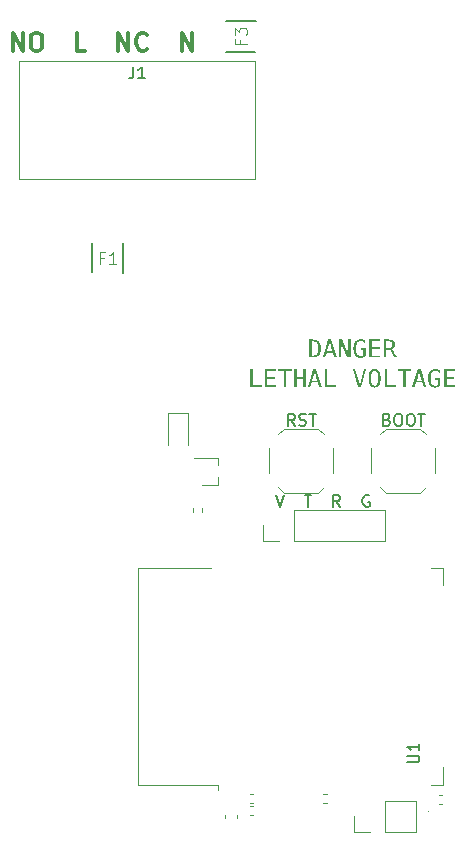
<source format=gbr>
%TF.GenerationSoftware,KiCad,Pcbnew,7.0.1*%
%TF.CreationDate,2023-04-13T16:06:33-04:00*%
%TF.ProjectId,IoT Lightswitch,496f5420-4c69-4676-9874-737769746368,rev?*%
%TF.SameCoordinates,Original*%
%TF.FileFunction,Legend,Top*%
%TF.FilePolarity,Positive*%
%FSLAX46Y46*%
G04 Gerber Fmt 4.6, Leading zero omitted, Abs format (unit mm)*
G04 Created by KiCad (PCBNEW 7.0.1) date 2023-04-13 16:06:33*
%MOMM*%
%LPD*%
G01*
G04 APERTURE LIST*
%ADD10C,0.150000*%
%ADD11C,0.300000*%
%ADD12C,0.100000*%
%ADD13C,0.120000*%
G04 APERTURE END LIST*
D10*
G36*
X164958077Y-79521106D02*
G01*
X164979471Y-79521650D01*
X165000504Y-79522557D01*
X165021175Y-79523826D01*
X165041485Y-79525459D01*
X165061434Y-79527454D01*
X165081021Y-79529812D01*
X165100247Y-79532533D01*
X165119112Y-79535617D01*
X165137615Y-79539063D01*
X165155757Y-79542873D01*
X165173537Y-79547045D01*
X165190956Y-79551580D01*
X165208014Y-79556477D01*
X165224710Y-79561738D01*
X165241045Y-79567361D01*
X165257019Y-79573347D01*
X165272631Y-79579696D01*
X165287882Y-79586407D01*
X165302772Y-79593481D01*
X165317300Y-79600919D01*
X165331467Y-79608718D01*
X165345273Y-79616881D01*
X165358717Y-79625407D01*
X165371800Y-79634295D01*
X165384521Y-79643546D01*
X165396882Y-79653160D01*
X165408880Y-79663136D01*
X165420518Y-79673476D01*
X165431794Y-79684178D01*
X165442709Y-79695243D01*
X165453262Y-79706671D01*
X165463495Y-79718481D01*
X165473403Y-79730695D01*
X165482987Y-79743311D01*
X165492245Y-79756330D01*
X165501179Y-79769752D01*
X165509788Y-79783577D01*
X165518072Y-79797805D01*
X165526031Y-79812436D01*
X165533665Y-79827469D01*
X165540975Y-79842905D01*
X165547959Y-79858745D01*
X165554619Y-79874987D01*
X165560954Y-79891631D01*
X165566964Y-79908679D01*
X165572649Y-79926130D01*
X165578009Y-79943983D01*
X165583044Y-79962240D01*
X165587755Y-79980899D01*
X165592140Y-79999961D01*
X165596201Y-80019426D01*
X165599937Y-80039293D01*
X165603348Y-80059564D01*
X165606434Y-80080238D01*
X165609196Y-80101314D01*
X165611632Y-80122793D01*
X165613744Y-80144675D01*
X165615531Y-80166960D01*
X165616992Y-80189648D01*
X165618129Y-80212738D01*
X165618942Y-80236232D01*
X165619429Y-80260128D01*
X165619591Y-80284427D01*
X165619429Y-80308546D01*
X165618942Y-80332268D01*
X165618129Y-80355592D01*
X165616992Y-80378520D01*
X165615531Y-80401050D01*
X165613744Y-80423183D01*
X165611632Y-80444920D01*
X165609196Y-80466258D01*
X165606434Y-80487200D01*
X165603348Y-80507745D01*
X165599937Y-80527892D01*
X165596201Y-80547643D01*
X165592140Y-80566996D01*
X165587755Y-80585952D01*
X165583044Y-80604511D01*
X165578009Y-80622673D01*
X165572649Y-80640438D01*
X165566964Y-80657805D01*
X165560954Y-80674776D01*
X165554619Y-80691349D01*
X165547959Y-80707525D01*
X165540975Y-80723304D01*
X165533665Y-80738686D01*
X165526031Y-80753671D01*
X165518072Y-80768259D01*
X165509788Y-80782449D01*
X165501179Y-80796243D01*
X165492245Y-80809639D01*
X165482987Y-80822638D01*
X165473403Y-80835240D01*
X165463495Y-80847445D01*
X165453262Y-80859253D01*
X165442709Y-80870681D01*
X165431794Y-80881746D01*
X165420518Y-80892448D01*
X165408880Y-80902787D01*
X165396882Y-80912764D01*
X165384521Y-80922378D01*
X165371800Y-80931629D01*
X165358717Y-80940517D01*
X165345273Y-80949042D01*
X165331467Y-80957205D01*
X165317300Y-80965005D01*
X165302772Y-80972442D01*
X165287882Y-80979517D01*
X165272631Y-80986228D01*
X165257019Y-80992577D01*
X165241045Y-80998563D01*
X165224710Y-81004186D01*
X165208014Y-81009446D01*
X165190956Y-81014344D01*
X165173537Y-81018879D01*
X165155757Y-81023051D01*
X165137615Y-81026860D01*
X165119112Y-81030307D01*
X165100247Y-81033390D01*
X165081021Y-81036111D01*
X165061434Y-81038469D01*
X165041485Y-81040465D01*
X165021175Y-81042097D01*
X165000504Y-81043367D01*
X164979471Y-81044274D01*
X164958077Y-81044818D01*
X164936322Y-81045000D01*
X164625645Y-81045000D01*
X164625645Y-79680659D01*
X164834106Y-79680659D01*
X164834106Y-80885265D01*
X164932292Y-80885265D01*
X164948553Y-80885137D01*
X164964502Y-80884754D01*
X164980138Y-80884115D01*
X164995461Y-80883221D01*
X165010472Y-80882072D01*
X165025170Y-80880667D01*
X165053627Y-80877090D01*
X165080834Y-80872492D01*
X165106790Y-80866872D01*
X165131495Y-80860230D01*
X165154950Y-80852567D01*
X165177153Y-80843881D01*
X165198106Y-80834174D01*
X165217808Y-80823445D01*
X165236260Y-80811694D01*
X165253460Y-80798921D01*
X165269410Y-80785127D01*
X165284109Y-80770311D01*
X165297557Y-80754473D01*
X165310068Y-80737431D01*
X165321771Y-80718729D01*
X165332668Y-80698367D01*
X165342757Y-80676345D01*
X165352039Y-80652663D01*
X165360514Y-80627321D01*
X165368182Y-80600319D01*
X165375043Y-80571657D01*
X165378171Y-80556703D01*
X165381097Y-80541334D01*
X165383821Y-80525551D01*
X165386343Y-80509352D01*
X165388664Y-80492738D01*
X165390782Y-80475709D01*
X165392699Y-80458266D01*
X165394415Y-80440407D01*
X165395928Y-80422133D01*
X165397240Y-80403444D01*
X165398349Y-80384340D01*
X165399258Y-80364821D01*
X165399964Y-80344887D01*
X165400468Y-80324538D01*
X165400771Y-80303774D01*
X165400872Y-80282595D01*
X165400772Y-80261327D01*
X165400471Y-80240479D01*
X165399970Y-80220051D01*
X165399269Y-80200043D01*
X165398367Y-80180455D01*
X165397265Y-80161287D01*
X165395963Y-80142539D01*
X165394460Y-80124212D01*
X165392757Y-80106304D01*
X165390854Y-80088816D01*
X165388750Y-80071748D01*
X165386446Y-80055100D01*
X165383942Y-80038873D01*
X165381237Y-80023065D01*
X165378332Y-80007677D01*
X165375226Y-79992710D01*
X165371920Y-79978162D01*
X165364708Y-79950327D01*
X165356693Y-79924172D01*
X165347878Y-79899697D01*
X165338261Y-79876902D01*
X165327842Y-79855788D01*
X165316622Y-79836353D01*
X165304601Y-79818599D01*
X165298290Y-79810352D01*
X165288175Y-79798224D01*
X165277338Y-79786709D01*
X165265781Y-79775805D01*
X165253502Y-79765512D01*
X165240502Y-79755832D01*
X165226780Y-79746763D01*
X165212337Y-79738307D01*
X165197173Y-79730462D01*
X165181288Y-79723228D01*
X165164681Y-79716607D01*
X165153210Y-79712533D01*
X165135518Y-79706836D01*
X165117201Y-79701701D01*
X165098260Y-79697125D01*
X165078695Y-79693110D01*
X165058504Y-79689655D01*
X165037689Y-79686760D01*
X165016249Y-79684425D01*
X165001609Y-79683180D01*
X164986691Y-79682184D01*
X164971495Y-79681437D01*
X164956022Y-79680939D01*
X164940271Y-79680690D01*
X164932292Y-79680659D01*
X164834106Y-79680659D01*
X164625645Y-79680659D01*
X164625645Y-79520924D01*
X164936322Y-79520924D01*
X164958077Y-79521106D01*
G37*
G36*
X166974773Y-81045000D02*
G01*
X166760450Y-81045000D01*
X166647976Y-80641999D01*
X166111618Y-80641999D01*
X166000976Y-81045000D01*
X165786653Y-81045000D01*
X165959667Y-80482264D01*
X166161810Y-80482264D01*
X166598517Y-80482264D01*
X166380164Y-79713632D01*
X166161810Y-80482264D01*
X165959667Y-80482264D01*
X166255233Y-79520924D01*
X166506193Y-79520924D01*
X166974773Y-81045000D01*
G37*
G36*
X167154291Y-79520924D02*
G01*
X167416974Y-79520924D01*
X167933548Y-80779385D01*
X167933548Y-79520924D01*
X168133583Y-79520924D01*
X168133583Y-81045000D01*
X167870900Y-81045000D01*
X167354326Y-79808154D01*
X167354326Y-81045000D01*
X167154291Y-81045000D01*
X167154291Y-79520924D01*
G37*
G36*
X168992707Y-81068447D02*
G01*
X168974518Y-81068241D01*
X168956586Y-81067622D01*
X168938912Y-81066592D01*
X168921495Y-81065150D01*
X168904336Y-81063295D01*
X168887435Y-81061028D01*
X168870791Y-81058349D01*
X168854405Y-81055258D01*
X168838276Y-81051754D01*
X168822405Y-81047839D01*
X168806792Y-81043511D01*
X168791436Y-81038771D01*
X168776338Y-81033619D01*
X168761497Y-81028055D01*
X168746914Y-81022079D01*
X168732588Y-81015690D01*
X168718572Y-81008905D01*
X168704825Y-81001740D01*
X168691347Y-80994194D01*
X168678138Y-80986267D01*
X168665198Y-80977959D01*
X168652526Y-80969271D01*
X168640124Y-80960202D01*
X168627991Y-80950752D01*
X168616128Y-80940922D01*
X168604533Y-80930711D01*
X168593207Y-80920119D01*
X168582150Y-80909147D01*
X168571362Y-80897794D01*
X168560844Y-80886060D01*
X168550594Y-80873946D01*
X168540614Y-80861451D01*
X168530696Y-80848310D01*
X168521093Y-80834854D01*
X168511805Y-80821082D01*
X168502832Y-80806994D01*
X168494174Y-80792591D01*
X168485831Y-80777873D01*
X168477802Y-80762839D01*
X168470088Y-80747489D01*
X168462690Y-80731824D01*
X168455606Y-80715843D01*
X168448837Y-80699546D01*
X168442382Y-80682934D01*
X168436243Y-80666007D01*
X168430418Y-80648764D01*
X168424908Y-80631205D01*
X168419713Y-80613331D01*
X168414833Y-80595141D01*
X168410268Y-80576636D01*
X168406018Y-80557815D01*
X168402082Y-80538678D01*
X168398461Y-80519226D01*
X168395156Y-80499459D01*
X168392165Y-80479376D01*
X168389488Y-80458977D01*
X168387127Y-80438263D01*
X168385081Y-80417233D01*
X168383349Y-80395888D01*
X168381932Y-80374227D01*
X168380830Y-80352250D01*
X168380043Y-80329958D01*
X168379571Y-80307350D01*
X168379413Y-80284427D01*
X168379574Y-80261145D01*
X168380054Y-80238194D01*
X168380856Y-80215573D01*
X168381978Y-80193283D01*
X168383420Y-80171323D01*
X168385184Y-80149694D01*
X168387267Y-80128395D01*
X168389672Y-80107428D01*
X168392396Y-80086790D01*
X168395442Y-80066483D01*
X168398808Y-80046507D01*
X168402494Y-80026862D01*
X168406501Y-80007547D01*
X168410829Y-79988562D01*
X168415477Y-79969909D01*
X168420446Y-79951585D01*
X168425736Y-79933593D01*
X168431345Y-79915931D01*
X168437276Y-79898599D01*
X168443527Y-79881598D01*
X168450099Y-79864928D01*
X168456991Y-79848588D01*
X168464204Y-79832579D01*
X168471737Y-79816901D01*
X168479591Y-79801553D01*
X168487766Y-79786535D01*
X168496261Y-79771849D01*
X168505076Y-79757492D01*
X168514212Y-79743467D01*
X168523669Y-79729772D01*
X168533447Y-79716407D01*
X168543545Y-79703374D01*
X168553924Y-79690706D01*
X168564546Y-79678441D01*
X168575411Y-79666578D01*
X168586518Y-79655116D01*
X168597868Y-79644058D01*
X168609460Y-79633401D01*
X168621295Y-79623146D01*
X168633372Y-79613294D01*
X168645693Y-79603843D01*
X168658255Y-79594795D01*
X168671060Y-79586149D01*
X168684108Y-79577905D01*
X168697399Y-79570063D01*
X168710931Y-79562624D01*
X168724707Y-79555586D01*
X168738725Y-79548951D01*
X168752986Y-79542718D01*
X168767489Y-79536887D01*
X168782235Y-79531458D01*
X168797223Y-79526431D01*
X168812454Y-79521806D01*
X168827928Y-79517584D01*
X168843644Y-79513764D01*
X168859602Y-79510345D01*
X168875804Y-79507329D01*
X168892247Y-79504715D01*
X168908934Y-79502504D01*
X168925863Y-79500694D01*
X168943034Y-79499286D01*
X168960448Y-79498281D01*
X168978105Y-79497678D01*
X168996004Y-79497477D01*
X169014720Y-79497699D01*
X169033223Y-79498366D01*
X169051514Y-79499476D01*
X169069592Y-79501032D01*
X169087458Y-79503031D01*
X169105111Y-79505475D01*
X169122551Y-79508364D01*
X169139779Y-79511696D01*
X169156795Y-79515473D01*
X169173598Y-79519695D01*
X169184682Y-79522756D01*
X169201490Y-79528055D01*
X169218118Y-79533786D01*
X169234566Y-79539948D01*
X169250834Y-79546541D01*
X169266921Y-79553566D01*
X169282828Y-79561022D01*
X169298554Y-79568910D01*
X169314100Y-79577230D01*
X169329466Y-79585981D01*
X169344652Y-79595163D01*
X169354675Y-79601524D01*
X169354675Y-79812184D01*
X169343690Y-79801771D01*
X169332716Y-79791782D01*
X169319015Y-79779891D01*
X169305332Y-79768662D01*
X169291666Y-79758095D01*
X169278019Y-79748190D01*
X169267114Y-79740743D01*
X169253606Y-79731984D01*
X169240331Y-79723798D01*
X169227288Y-79716185D01*
X169211944Y-79707804D01*
X169196934Y-79700248D01*
X169184682Y-79694581D01*
X169170441Y-79688667D01*
X169156110Y-79683289D01*
X169141690Y-79678449D01*
X169127180Y-79674145D01*
X169112581Y-79670377D01*
X169097892Y-79667146D01*
X169091992Y-79666004D01*
X169077355Y-79663471D01*
X169062754Y-79661368D01*
X169048189Y-79659693D01*
X169030758Y-79658251D01*
X169013379Y-79657426D01*
X168998935Y-79657212D01*
X168974316Y-79657820D01*
X168950466Y-79659645D01*
X168927387Y-79662686D01*
X168905077Y-79666943D01*
X168883538Y-79672417D01*
X168862768Y-79679108D01*
X168842768Y-79687015D01*
X168823538Y-79696138D01*
X168805079Y-79706478D01*
X168787389Y-79718034D01*
X168770469Y-79730806D01*
X168754318Y-79744796D01*
X168738938Y-79760001D01*
X168724328Y-79776423D01*
X168710488Y-79794062D01*
X168697418Y-79812916D01*
X168685129Y-79833009D01*
X168673632Y-79854361D01*
X168662929Y-79876973D01*
X168653019Y-79900844D01*
X168643901Y-79925974D01*
X168635576Y-79952364D01*
X168628044Y-79980013D01*
X168624576Y-79994310D01*
X168621305Y-80008921D01*
X168618233Y-80023848D01*
X168615359Y-80039089D01*
X168612683Y-80054645D01*
X168610206Y-80070516D01*
X168607926Y-80086702D01*
X168605845Y-80103203D01*
X168603962Y-80120018D01*
X168602277Y-80137149D01*
X168600791Y-80154594D01*
X168599502Y-80172354D01*
X168598412Y-80190429D01*
X168597520Y-80208819D01*
X168596827Y-80227523D01*
X168596331Y-80246543D01*
X168596034Y-80265877D01*
X168595935Y-80285526D01*
X168596031Y-80305586D01*
X168596318Y-80325283D01*
X168596798Y-80344615D01*
X168597469Y-80363585D01*
X168598332Y-80382191D01*
X168599386Y-80400433D01*
X168600633Y-80418312D01*
X168602071Y-80435827D01*
X168603701Y-80452979D01*
X168605523Y-80469768D01*
X168607537Y-80486192D01*
X168609742Y-80502254D01*
X168612139Y-80517952D01*
X168614728Y-80533286D01*
X168617509Y-80548257D01*
X168620481Y-80562864D01*
X168625302Y-80584161D01*
X168630562Y-80604776D01*
X168636259Y-80624707D01*
X168642394Y-80643957D01*
X168648967Y-80662523D01*
X168655978Y-80680407D01*
X168663427Y-80697608D01*
X168671314Y-80714127D01*
X168679639Y-80729963D01*
X168688402Y-80745116D01*
X168694487Y-80754839D01*
X168707085Y-80773472D01*
X168720516Y-80790903D01*
X168734780Y-80807132D01*
X168749876Y-80822158D01*
X168765806Y-80835983D01*
X168782569Y-80848605D01*
X168800164Y-80860026D01*
X168818593Y-80870244D01*
X168837854Y-80879260D01*
X168857948Y-80887074D01*
X168878875Y-80893685D01*
X168900635Y-80899095D01*
X168923228Y-80903302D01*
X168946654Y-80906308D01*
X168970913Y-80908111D01*
X168996004Y-80908712D01*
X169012622Y-80908443D01*
X169028771Y-80907636D01*
X169044450Y-80906291D01*
X169059660Y-80904407D01*
X169074401Y-80901986D01*
X169092166Y-80898202D01*
X169109198Y-80893578D01*
X169115806Y-80891493D01*
X169131040Y-80885869D01*
X169144567Y-80880195D01*
X169157920Y-80873942D01*
X169163799Y-80870976D01*
X169177021Y-80863506D01*
X169189894Y-80855108D01*
X169202420Y-80845783D01*
X169209228Y-80840202D01*
X169209228Y-80407526D01*
X168986479Y-80407526D01*
X168986479Y-80247791D01*
X169407065Y-80247791D01*
X169407065Y-80920802D01*
X169391108Y-80934281D01*
X169374835Y-80947103D01*
X169358247Y-80959268D01*
X169341343Y-80970776D01*
X169324123Y-80981628D01*
X169306588Y-80991822D01*
X169288738Y-81001360D01*
X169270572Y-81010241D01*
X169252090Y-81018465D01*
X169233293Y-81026032D01*
X169220586Y-81030711D01*
X169200778Y-81037455D01*
X169180649Y-81043535D01*
X169160198Y-81048953D01*
X169139425Y-81053706D01*
X169118329Y-81057797D01*
X169096912Y-81061224D01*
X169075173Y-81063988D01*
X169060501Y-81065462D01*
X169045686Y-81066641D01*
X169030728Y-81067526D01*
X169015627Y-81068115D01*
X169000383Y-81068410D01*
X168992707Y-81068447D01*
G37*
G36*
X169740090Y-79520924D02*
G01*
X170648674Y-79520924D01*
X170648674Y-79680659D01*
X169947452Y-79680659D01*
X169947452Y-80154002D01*
X170617899Y-80154002D01*
X170617899Y-80313736D01*
X169947452Y-80313736D01*
X169947452Y-80885265D01*
X170668091Y-80885265D01*
X170668091Y-81045000D01*
X169740090Y-81045000D01*
X169740090Y-79520924D01*
G37*
G36*
X171390513Y-79521034D02*
G01*
X171405984Y-79521362D01*
X171421222Y-79521909D01*
X171436225Y-79522676D01*
X171450995Y-79523661D01*
X171479831Y-79526289D01*
X171507732Y-79529792D01*
X171534697Y-79534171D01*
X171560726Y-79539426D01*
X171585819Y-79545557D01*
X171609977Y-79552564D01*
X171633198Y-79560446D01*
X171655483Y-79569205D01*
X171676832Y-79578839D01*
X171697246Y-79589349D01*
X171716723Y-79600735D01*
X171735265Y-79612997D01*
X171752870Y-79626134D01*
X171761322Y-79633032D01*
X171777559Y-79647593D01*
X171792749Y-79662885D01*
X171806891Y-79678906D01*
X171819986Y-79695657D01*
X171832033Y-79713138D01*
X171843033Y-79731349D01*
X171852985Y-79750290D01*
X171861889Y-79769960D01*
X171869746Y-79790361D01*
X171876555Y-79811491D01*
X171882317Y-79833351D01*
X171887031Y-79855941D01*
X171890697Y-79879261D01*
X171893316Y-79903311D01*
X171894887Y-79928091D01*
X171895411Y-79953600D01*
X171895231Y-79968405D01*
X171894429Y-79987613D01*
X171892987Y-80006215D01*
X171890903Y-80024210D01*
X171888178Y-80041598D01*
X171884812Y-80058379D01*
X171880805Y-80074553D01*
X171876157Y-80090121D01*
X171874895Y-80093918D01*
X171869445Y-80108744D01*
X171863354Y-80123181D01*
X171856622Y-80137229D01*
X171849249Y-80150887D01*
X171841235Y-80164157D01*
X171832580Y-80177037D01*
X171823283Y-80189527D01*
X171813346Y-80201629D01*
X171802949Y-80213202D01*
X171791999Y-80224200D01*
X171780497Y-80234623D01*
X171768443Y-80244471D01*
X171755836Y-80253743D01*
X171742677Y-80262440D01*
X171728966Y-80270561D01*
X171714702Y-80278107D01*
X171699886Y-80285078D01*
X171684517Y-80291474D01*
X171668596Y-80297294D01*
X171652122Y-80302539D01*
X171635097Y-80307209D01*
X171617518Y-80311304D01*
X171599387Y-80314823D01*
X171580704Y-80317766D01*
X171596034Y-80321932D01*
X171610835Y-80326735D01*
X171625108Y-80332176D01*
X171638853Y-80338254D01*
X171652070Y-80344970D01*
X171664759Y-80352323D01*
X171680856Y-80363120D01*
X171696015Y-80375049D01*
X171710234Y-80388113D01*
X171716992Y-80395069D01*
X171728000Y-80407185D01*
X171737409Y-80418580D01*
X171747034Y-80431156D01*
X171756873Y-80444913D01*
X171766926Y-80459850D01*
X171775124Y-80472650D01*
X171779274Y-80479333D01*
X171787792Y-80493375D01*
X171796676Y-80508574D01*
X171805927Y-80524928D01*
X171813105Y-80537953D01*
X171820490Y-80551628D01*
X171828080Y-80565954D01*
X171835877Y-80580930D01*
X171843880Y-80596557D01*
X171852089Y-80612834D01*
X171857676Y-80624047D01*
X172065771Y-81045000D01*
X171843388Y-81045000D01*
X171660572Y-80652623D01*
X171653123Y-80636770D01*
X171645751Y-80621497D01*
X171638457Y-80606803D01*
X171631240Y-80592688D01*
X171624100Y-80579154D01*
X171617037Y-80566199D01*
X171607741Y-80549827D01*
X171598582Y-80534485D01*
X171589560Y-80520174D01*
X171585101Y-80513405D01*
X171576377Y-80500582D01*
X171567790Y-80488675D01*
X171557250Y-80475080D01*
X171546924Y-80462915D01*
X171536814Y-80452182D01*
X171524964Y-80441191D01*
X171519155Y-80436468D01*
X171506829Y-80427478D01*
X171493756Y-80419467D01*
X171479936Y-80412434D01*
X171465368Y-80406381D01*
X171450054Y-80401306D01*
X171444783Y-80399832D01*
X171428653Y-80395972D01*
X171412137Y-80392911D01*
X171395234Y-80390649D01*
X171377945Y-80389185D01*
X171363242Y-80388575D01*
X171354291Y-80388475D01*
X171156088Y-80388475D01*
X171156088Y-81045000D01*
X170947993Y-81045000D01*
X170947993Y-79680659D01*
X171156088Y-79680659D01*
X171156088Y-80228740D01*
X171382868Y-80228740D01*
X171401163Y-80228478D01*
X171418863Y-80227692D01*
X171435968Y-80226383D01*
X171452477Y-80224550D01*
X171468391Y-80222193D01*
X171483709Y-80219312D01*
X171498433Y-80215907D01*
X171512561Y-80211979D01*
X171532636Y-80205104D01*
X171551372Y-80197051D01*
X171568769Y-80187819D01*
X171584826Y-80177409D01*
X171599543Y-80165820D01*
X171604152Y-80161695D01*
X171617181Y-80148447D01*
X171628928Y-80133982D01*
X171639395Y-80118299D01*
X171648579Y-80101400D01*
X171656482Y-80083283D01*
X171663103Y-80063949D01*
X171668443Y-80043398D01*
X171671291Y-80029021D01*
X171673569Y-80014103D01*
X171675278Y-79998644D01*
X171676417Y-79982644D01*
X171676987Y-79966104D01*
X171677058Y-79957630D01*
X171676758Y-79940981D01*
X171675856Y-79924829D01*
X171674353Y-79909176D01*
X171672250Y-79894020D01*
X171669545Y-79879363D01*
X171664361Y-79858311D01*
X171657824Y-79838379D01*
X171649935Y-79819568D01*
X171640694Y-79801877D01*
X171630100Y-79785307D01*
X171618154Y-79769857D01*
X171604855Y-79755528D01*
X171600122Y-79751001D01*
X171588199Y-79741046D01*
X171575328Y-79731788D01*
X171561508Y-79723228D01*
X171546741Y-79715366D01*
X171531026Y-79708202D01*
X171514362Y-79701735D01*
X171507431Y-79699344D01*
X171493097Y-79694964D01*
X171478122Y-79691169D01*
X171462506Y-79687958D01*
X171446249Y-79685330D01*
X171429350Y-79683286D01*
X171411810Y-79681827D01*
X171393630Y-79680951D01*
X171374808Y-79680659D01*
X171156088Y-79680659D01*
X170947993Y-79680659D01*
X170947993Y-79520924D01*
X171374808Y-79520924D01*
X171390513Y-79521034D01*
G37*
G36*
X159652983Y-82040924D02*
G01*
X159861078Y-82040924D01*
X159861078Y-83405265D01*
X160600401Y-83405265D01*
X160600401Y-83565000D01*
X159652983Y-83565000D01*
X159652983Y-82040924D01*
G37*
G36*
X160897522Y-82040924D02*
G01*
X161806106Y-82040924D01*
X161806106Y-82200659D01*
X161104884Y-82200659D01*
X161104884Y-82674002D01*
X161775331Y-82674002D01*
X161775331Y-82833736D01*
X161104884Y-82833736D01*
X161104884Y-83405265D01*
X161825523Y-83405265D01*
X161825523Y-83565000D01*
X160897522Y-83565000D01*
X160897522Y-82040924D01*
G37*
G36*
X162487910Y-82200659D02*
G01*
X162007240Y-82200659D01*
X162007240Y-82040924D01*
X163174843Y-82040924D01*
X163174843Y-82200659D01*
X162696004Y-82200659D01*
X162696004Y-83565000D01*
X162487910Y-83565000D01*
X162487910Y-82200659D01*
G37*
G36*
X163362421Y-82040924D02*
G01*
X163570882Y-82040924D01*
X163570882Y-82674002D01*
X164137648Y-82674002D01*
X164137648Y-82040924D01*
X164346109Y-82040924D01*
X164346109Y-83565000D01*
X164137648Y-83565000D01*
X164137648Y-82833736D01*
X163570882Y-82833736D01*
X163570882Y-83565000D01*
X163362421Y-83565000D01*
X163362421Y-82040924D01*
G37*
G36*
X165711549Y-83565000D02*
G01*
X165497226Y-83565000D01*
X165384752Y-83161999D01*
X164848395Y-83161999D01*
X164737753Y-83565000D01*
X164523429Y-83565000D01*
X164696443Y-83002264D01*
X164898586Y-83002264D01*
X165335293Y-83002264D01*
X165116940Y-82233632D01*
X164898586Y-83002264D01*
X164696443Y-83002264D01*
X164992009Y-82040924D01*
X165242969Y-82040924D01*
X165711549Y-83565000D01*
G37*
G36*
X165969103Y-82040924D02*
G01*
X166177198Y-82040924D01*
X166177198Y-83405265D01*
X166916521Y-83405265D01*
X166916521Y-83565000D01*
X165969103Y-83565000D01*
X165969103Y-82040924D01*
G37*
G36*
X168333618Y-82040924D02*
G01*
X168547575Y-82040924D01*
X168906612Y-83393541D01*
X169266381Y-82040924D01*
X169480704Y-82040924D01*
X169032641Y-83565000D01*
X168781681Y-83565000D01*
X168333618Y-82040924D01*
G37*
G36*
X170185478Y-82017660D02*
G01*
X170200896Y-82018210D01*
X170216092Y-82019125D01*
X170231064Y-82020408D01*
X170245813Y-82022056D01*
X170260339Y-82024071D01*
X170281709Y-82027781D01*
X170302577Y-82032315D01*
X170322942Y-82037673D01*
X170342805Y-82043855D01*
X170362166Y-82050862D01*
X170381025Y-82058693D01*
X170393318Y-82064371D01*
X170411310Y-82073578D01*
X170428742Y-82083752D01*
X170445614Y-82094891D01*
X170461925Y-82106996D01*
X170477676Y-82120067D01*
X170492867Y-82134104D01*
X170507498Y-82149107D01*
X170521568Y-82165076D01*
X170535078Y-82182011D01*
X170543774Y-82193838D01*
X170552220Y-82206094D01*
X170556350Y-82212383D01*
X170571611Y-82237489D01*
X170578873Y-82250633D01*
X170585888Y-82264172D01*
X170592657Y-82278105D01*
X170599180Y-82292432D01*
X170605457Y-82307153D01*
X170611488Y-82322269D01*
X170617272Y-82337779D01*
X170622811Y-82353683D01*
X170628103Y-82369982D01*
X170633149Y-82386675D01*
X170637949Y-82403762D01*
X170642503Y-82421243D01*
X170646810Y-82439119D01*
X170650872Y-82457389D01*
X170654687Y-82476053D01*
X170658256Y-82495111D01*
X170661579Y-82514564D01*
X170664656Y-82534411D01*
X170667487Y-82554652D01*
X170670072Y-82575288D01*
X170672410Y-82596318D01*
X170674502Y-82617742D01*
X170676348Y-82639560D01*
X170677948Y-82661773D01*
X170679302Y-82684380D01*
X170680410Y-82707381D01*
X170681271Y-82730776D01*
X170681887Y-82754566D01*
X170682256Y-82778750D01*
X170682379Y-82803328D01*
X170682256Y-82827861D01*
X170681887Y-82852002D01*
X170681271Y-82875749D01*
X170680410Y-82899104D01*
X170679302Y-82922066D01*
X170677948Y-82944635D01*
X170676348Y-82966811D01*
X170674502Y-82988594D01*
X170672410Y-83009984D01*
X170670072Y-83030982D01*
X170667487Y-83051587D01*
X170664656Y-83071799D01*
X170661579Y-83091618D01*
X170658256Y-83111044D01*
X170654687Y-83130078D01*
X170650872Y-83148718D01*
X170646810Y-83166966D01*
X170642503Y-83184821D01*
X170637949Y-83202283D01*
X170633149Y-83219352D01*
X170628103Y-83236028D01*
X170622811Y-83252312D01*
X170617272Y-83268203D01*
X170611488Y-83283700D01*
X170605457Y-83298805D01*
X170599180Y-83313518D01*
X170592657Y-83327837D01*
X170585888Y-83341763D01*
X170578873Y-83355297D01*
X170571611Y-83368438D01*
X170564104Y-83381186D01*
X170556350Y-83393541D01*
X170548028Y-83406013D01*
X170539457Y-83418059D01*
X170526134Y-83435328D01*
X170512250Y-83451637D01*
X170497806Y-83466987D01*
X170482802Y-83481377D01*
X170467238Y-83494807D01*
X170451113Y-83507279D01*
X170434428Y-83518790D01*
X170417183Y-83529342D01*
X170399377Y-83538934D01*
X170393318Y-83541919D01*
X170374794Y-83550234D01*
X170355768Y-83557731D01*
X170336240Y-83564410D01*
X170316210Y-83570272D01*
X170295677Y-83575315D01*
X170274641Y-83579541D01*
X170253104Y-83582949D01*
X170238467Y-83584766D01*
X170223606Y-83586220D01*
X170208522Y-83587311D01*
X170193215Y-83588038D01*
X170177684Y-83588401D01*
X170169836Y-83588447D01*
X170153754Y-83588258D01*
X170137933Y-83587690D01*
X170122373Y-83586743D01*
X170107073Y-83585419D01*
X170092033Y-83583715D01*
X170077254Y-83581633D01*
X170062736Y-83579173D01*
X170034480Y-83573116D01*
X170007266Y-83565546D01*
X169981094Y-83556461D01*
X169955963Y-83545862D01*
X169931875Y-83533749D01*
X169908828Y-83520122D01*
X169886823Y-83504981D01*
X169865861Y-83488326D01*
X169845939Y-83470157D01*
X169827060Y-83450473D01*
X169809223Y-83429275D01*
X169792427Y-83406564D01*
X169784420Y-83394640D01*
X169769115Y-83369747D01*
X169761832Y-83356698D01*
X169754796Y-83343246D01*
X169748008Y-83329392D01*
X169741466Y-83315136D01*
X169735170Y-83300478D01*
X169729122Y-83285418D01*
X169723321Y-83269955D01*
X169717766Y-83254091D01*
X169712459Y-83237824D01*
X169707398Y-83221155D01*
X169702584Y-83204084D01*
X169698017Y-83186611D01*
X169693697Y-83168736D01*
X169689624Y-83150458D01*
X169685797Y-83131779D01*
X169682218Y-83112697D01*
X169678885Y-83093213D01*
X169675799Y-83073327D01*
X169672960Y-83053039D01*
X169670368Y-83032349D01*
X169668023Y-83011256D01*
X169665924Y-82989762D01*
X169664073Y-82967865D01*
X169662468Y-82945566D01*
X169661110Y-82922865D01*
X169660000Y-82899762D01*
X169659136Y-82876257D01*
X169658518Y-82852349D01*
X169658148Y-82828040D01*
X169658025Y-82803328D01*
X169874546Y-82803328D01*
X169874614Y-82823984D01*
X169874818Y-82844277D01*
X169875158Y-82864207D01*
X169875634Y-82883774D01*
X169876245Y-82902978D01*
X169876993Y-82921820D01*
X169877877Y-82940299D01*
X169878897Y-82958415D01*
X169880052Y-82976168D01*
X169881344Y-82993559D01*
X169882771Y-83010586D01*
X169884335Y-83027251D01*
X169886034Y-83043553D01*
X169887870Y-83059493D01*
X169889841Y-83075069D01*
X169891948Y-83090283D01*
X169894192Y-83105134D01*
X169896571Y-83119622D01*
X169901737Y-83147510D01*
X169907447Y-83173947D01*
X169913701Y-83198933D01*
X169920499Y-83222468D01*
X169927840Y-83244551D01*
X169935726Y-83265183D01*
X169944155Y-83284364D01*
X169953237Y-83301844D01*
X169962989Y-83318196D01*
X169973410Y-83333420D01*
X169984501Y-83347517D01*
X169996262Y-83360485D01*
X170008693Y-83372326D01*
X170021793Y-83383040D01*
X170035563Y-83392625D01*
X170050003Y-83401083D01*
X170065113Y-83408413D01*
X170080892Y-83414616D01*
X170097341Y-83419690D01*
X170114460Y-83423637D01*
X170132249Y-83426457D01*
X170150707Y-83428148D01*
X170169836Y-83428712D01*
X170189229Y-83428148D01*
X170207932Y-83426457D01*
X170225945Y-83423637D01*
X170243269Y-83419690D01*
X170259902Y-83414616D01*
X170275846Y-83408413D01*
X170291101Y-83401083D01*
X170305665Y-83392625D01*
X170319540Y-83383040D01*
X170332725Y-83372326D01*
X170345220Y-83360485D01*
X170357025Y-83347517D01*
X170368140Y-83333420D01*
X170378566Y-83318196D01*
X170388302Y-83301844D01*
X170397348Y-83284364D01*
X170405688Y-83265999D01*
X170413491Y-83246074D01*
X170420755Y-83224588D01*
X170427481Y-83201543D01*
X170433669Y-83176938D01*
X170439319Y-83150773D01*
X170444431Y-83123048D01*
X170449005Y-83093763D01*
X170451090Y-83078536D01*
X170453041Y-83062919D01*
X170454857Y-83046911D01*
X170456538Y-83030514D01*
X170458086Y-83013727D01*
X170459498Y-82996550D01*
X170460776Y-82978982D01*
X170461919Y-82961025D01*
X170462928Y-82942678D01*
X170463803Y-82923941D01*
X170464543Y-82904814D01*
X170465148Y-82885296D01*
X170465619Y-82865389D01*
X170465955Y-82845092D01*
X170466157Y-82824405D01*
X170466224Y-82803328D01*
X170466157Y-82782273D01*
X170465955Y-82761604D01*
X170465619Y-82741323D01*
X170465148Y-82721429D01*
X170464543Y-82701921D01*
X170463803Y-82682801D01*
X170462928Y-82664069D01*
X170461919Y-82645723D01*
X170460776Y-82627764D01*
X170459498Y-82610193D01*
X170458086Y-82593008D01*
X170456538Y-82576211D01*
X170454857Y-82559801D01*
X170453041Y-82543778D01*
X170451090Y-82528142D01*
X170449005Y-82512893D01*
X170446785Y-82498031D01*
X170444431Y-82483557D01*
X170439319Y-82455769D01*
X170433669Y-82429529D01*
X170427481Y-82404838D01*
X170420755Y-82381696D01*
X170413491Y-82360102D01*
X170405688Y-82340056D01*
X170397348Y-82321559D01*
X170388302Y-82304080D01*
X170378566Y-82287728D01*
X170368140Y-82272504D01*
X170357025Y-82258407D01*
X170345220Y-82245438D01*
X170332725Y-82233597D01*
X170319540Y-82222884D01*
X170305665Y-82213299D01*
X170291101Y-82204841D01*
X170275846Y-82197511D01*
X170259902Y-82191308D01*
X170243269Y-82186233D01*
X170225945Y-82182286D01*
X170207932Y-82179467D01*
X170189229Y-82177775D01*
X170169836Y-82177212D01*
X170150707Y-82177775D01*
X170132249Y-82179467D01*
X170114460Y-82182286D01*
X170097341Y-82186233D01*
X170080892Y-82191308D01*
X170065113Y-82197511D01*
X170050003Y-82204841D01*
X170035563Y-82213299D01*
X170021793Y-82222884D01*
X170008693Y-82233597D01*
X169996262Y-82245438D01*
X169984501Y-82258407D01*
X169973410Y-82272504D01*
X169962989Y-82287728D01*
X169953237Y-82304080D01*
X169944155Y-82321559D01*
X169935726Y-82340743D01*
X169927840Y-82361384D01*
X169920499Y-82383482D01*
X169913701Y-82407037D01*
X169907447Y-82432048D01*
X169901737Y-82458516D01*
X169896571Y-82486442D01*
X169894192Y-82500951D01*
X169891948Y-82515824D01*
X169889841Y-82531061D01*
X169887870Y-82546663D01*
X169886034Y-82562629D01*
X169884335Y-82578959D01*
X169882771Y-82595653D01*
X169881344Y-82612711D01*
X169880052Y-82630134D01*
X169878897Y-82647921D01*
X169877877Y-82666072D01*
X169876993Y-82684588D01*
X169876245Y-82703467D01*
X169875634Y-82722711D01*
X169875158Y-82742319D01*
X169874818Y-82762291D01*
X169874614Y-82782628D01*
X169874546Y-82803328D01*
X169658025Y-82803328D01*
X169658149Y-82778617D01*
X169658523Y-82754308D01*
X169659145Y-82730403D01*
X169660017Y-82706900D01*
X169661137Y-82683800D01*
X169662507Y-82661103D01*
X169664125Y-82638809D01*
X169665993Y-82616917D01*
X169668110Y-82595429D01*
X169670475Y-82574343D01*
X169673090Y-82553661D01*
X169675954Y-82533381D01*
X169679066Y-82513504D01*
X169682428Y-82494029D01*
X169686039Y-82474958D01*
X169689898Y-82456290D01*
X169694007Y-82438024D01*
X169698365Y-82420161D01*
X169702972Y-82402701D01*
X169707827Y-82385644D01*
X169712932Y-82368990D01*
X169718286Y-82352739D01*
X169723889Y-82336890D01*
X169729740Y-82321445D01*
X169735841Y-82306402D01*
X169742191Y-82291762D01*
X169748790Y-82277525D01*
X169755638Y-82263691D01*
X169762735Y-82250259D01*
X169770081Y-82237231D01*
X169777676Y-82224605D01*
X169785519Y-82212383D01*
X169802004Y-82188781D01*
X169819494Y-82166702D01*
X169837988Y-82146145D01*
X169857487Y-82127111D01*
X169877991Y-82109600D01*
X169899499Y-82093612D01*
X169922012Y-82079146D01*
X169945529Y-82066203D01*
X169970051Y-82054783D01*
X169995578Y-82044885D01*
X170022109Y-82036511D01*
X170049645Y-82029658D01*
X170078186Y-82024329D01*
X170092833Y-82022235D01*
X170107731Y-82020522D01*
X170122880Y-82019190D01*
X170138281Y-82018238D01*
X170153933Y-82017667D01*
X170169836Y-82017477D01*
X170185478Y-82017660D01*
G37*
G36*
X171021999Y-82040924D02*
G01*
X171230094Y-82040924D01*
X171230094Y-83405265D01*
X171969417Y-83405265D01*
X171969417Y-83565000D01*
X171021999Y-83565000D01*
X171021999Y-82040924D01*
G37*
G36*
X172593702Y-82200659D02*
G01*
X172113032Y-82200659D01*
X172113032Y-82040924D01*
X173280635Y-82040924D01*
X173280635Y-82200659D01*
X172801796Y-82200659D01*
X172801796Y-83565000D01*
X172593702Y-83565000D01*
X172593702Y-82200659D01*
G37*
G36*
X174554117Y-83565000D02*
G01*
X174339794Y-83565000D01*
X174227320Y-83161999D01*
X173690963Y-83161999D01*
X173580321Y-83565000D01*
X173365997Y-83565000D01*
X173539011Y-83002264D01*
X173741154Y-83002264D01*
X174177861Y-83002264D01*
X173959508Y-82233632D01*
X173741154Y-83002264D01*
X173539011Y-83002264D01*
X173834577Y-82040924D01*
X174085537Y-82040924D01*
X174554117Y-83565000D01*
G37*
G36*
X175308827Y-83588447D02*
G01*
X175290638Y-83588241D01*
X175272706Y-83587622D01*
X175255032Y-83586592D01*
X175237615Y-83585150D01*
X175220456Y-83583295D01*
X175203555Y-83581028D01*
X175186911Y-83578349D01*
X175170525Y-83575258D01*
X175154396Y-83571754D01*
X175138525Y-83567839D01*
X175122912Y-83563511D01*
X175107556Y-83558771D01*
X175092458Y-83553619D01*
X175077617Y-83548055D01*
X175063034Y-83542079D01*
X175048709Y-83535690D01*
X175034692Y-83528905D01*
X175020945Y-83521740D01*
X175007467Y-83514194D01*
X174994258Y-83506267D01*
X174981318Y-83497959D01*
X174968646Y-83489271D01*
X174956244Y-83480202D01*
X174944112Y-83470752D01*
X174932248Y-83460922D01*
X174920653Y-83450711D01*
X174909327Y-83440119D01*
X174898270Y-83429147D01*
X174887483Y-83417794D01*
X174876964Y-83406060D01*
X174866714Y-83393946D01*
X174856734Y-83381451D01*
X174846816Y-83368310D01*
X174837213Y-83354854D01*
X174827925Y-83341082D01*
X174818952Y-83326994D01*
X174810294Y-83312591D01*
X174801951Y-83297873D01*
X174793922Y-83282839D01*
X174786209Y-83267489D01*
X174778810Y-83251824D01*
X174771726Y-83235843D01*
X174764957Y-83219546D01*
X174758502Y-83202934D01*
X174752363Y-83186007D01*
X174746538Y-83168764D01*
X174741028Y-83151205D01*
X174735833Y-83133331D01*
X174730953Y-83115141D01*
X174726388Y-83096636D01*
X174722138Y-83077815D01*
X174718202Y-83058678D01*
X174714581Y-83039226D01*
X174711276Y-83019459D01*
X174708285Y-82999376D01*
X174705608Y-82978977D01*
X174703247Y-82958263D01*
X174701201Y-82937233D01*
X174699469Y-82915888D01*
X174698052Y-82894227D01*
X174696950Y-82872250D01*
X174696163Y-82849958D01*
X174695691Y-82827350D01*
X174695533Y-82804427D01*
X174695694Y-82781145D01*
X174696175Y-82758194D01*
X174696976Y-82735573D01*
X174698098Y-82713283D01*
X174699540Y-82691323D01*
X174701304Y-82669694D01*
X174703387Y-82648395D01*
X174705792Y-82627428D01*
X174708516Y-82606790D01*
X174711562Y-82586483D01*
X174714928Y-82566507D01*
X174718614Y-82546862D01*
X174722621Y-82527547D01*
X174726949Y-82508562D01*
X174731597Y-82489909D01*
X174736566Y-82471585D01*
X174741856Y-82453593D01*
X174747466Y-82435931D01*
X174753396Y-82418599D01*
X174759647Y-82401598D01*
X174766219Y-82384928D01*
X174773111Y-82368588D01*
X174780324Y-82352579D01*
X174787857Y-82336901D01*
X174795711Y-82321553D01*
X174803886Y-82306535D01*
X174812381Y-82291849D01*
X174821196Y-82277492D01*
X174830333Y-82263467D01*
X174839789Y-82249772D01*
X174849567Y-82236407D01*
X174859665Y-82223374D01*
X174870044Y-82210706D01*
X174880666Y-82198441D01*
X174891531Y-82186578D01*
X174902638Y-82175116D01*
X174913988Y-82164058D01*
X174925580Y-82153401D01*
X174937415Y-82143146D01*
X174949493Y-82133294D01*
X174961813Y-82123843D01*
X174974375Y-82114795D01*
X174987180Y-82106149D01*
X175000228Y-82097905D01*
X175013519Y-82090063D01*
X175027052Y-82082624D01*
X175040827Y-82075586D01*
X175054845Y-82068951D01*
X175069106Y-82062718D01*
X175083609Y-82056887D01*
X175098355Y-82051458D01*
X175113343Y-82046431D01*
X175128574Y-82041806D01*
X175144048Y-82037584D01*
X175159764Y-82033764D01*
X175175722Y-82030345D01*
X175191924Y-82027329D01*
X175208368Y-82024715D01*
X175225054Y-82022504D01*
X175241983Y-82020694D01*
X175259154Y-82019286D01*
X175276569Y-82018281D01*
X175294225Y-82017678D01*
X175312124Y-82017477D01*
X175330840Y-82017699D01*
X175349343Y-82018366D01*
X175367634Y-82019476D01*
X175385712Y-82021032D01*
X175403578Y-82023031D01*
X175421231Y-82025475D01*
X175438671Y-82028364D01*
X175455900Y-82031696D01*
X175472915Y-82035473D01*
X175489718Y-82039695D01*
X175500802Y-82042756D01*
X175517610Y-82048055D01*
X175534239Y-82053786D01*
X175550686Y-82059948D01*
X175566954Y-82066541D01*
X175583041Y-82073566D01*
X175598948Y-82081022D01*
X175614674Y-82088910D01*
X175630220Y-82097230D01*
X175645586Y-82105981D01*
X175660772Y-82115163D01*
X175670795Y-82121524D01*
X175670795Y-82332184D01*
X175659810Y-82321771D01*
X175648836Y-82311782D01*
X175635135Y-82299891D01*
X175621452Y-82288662D01*
X175607787Y-82278095D01*
X175594139Y-82268190D01*
X175583234Y-82260743D01*
X175569726Y-82251984D01*
X175556451Y-82243798D01*
X175543408Y-82236185D01*
X175528064Y-82227804D01*
X175513054Y-82220248D01*
X175500802Y-82214581D01*
X175486561Y-82208667D01*
X175472230Y-82203289D01*
X175457810Y-82198449D01*
X175443300Y-82194145D01*
X175428701Y-82190377D01*
X175414012Y-82187146D01*
X175408112Y-82186004D01*
X175393475Y-82183471D01*
X175378874Y-82181368D01*
X175364309Y-82179693D01*
X175346878Y-82178251D01*
X175329499Y-82177426D01*
X175315055Y-82177212D01*
X175290436Y-82177820D01*
X175266587Y-82179645D01*
X175243507Y-82182686D01*
X175221197Y-82186943D01*
X175199658Y-82192417D01*
X175178888Y-82199108D01*
X175158888Y-82207015D01*
X175139658Y-82216138D01*
X175121199Y-82226478D01*
X175103509Y-82238034D01*
X175086589Y-82250806D01*
X175070439Y-82264796D01*
X175055058Y-82280001D01*
X175040448Y-82296423D01*
X175026608Y-82314062D01*
X175013538Y-82332916D01*
X175001249Y-82353009D01*
X174989753Y-82374361D01*
X174979049Y-82396973D01*
X174969139Y-82420844D01*
X174960021Y-82445974D01*
X174951696Y-82472364D01*
X174944164Y-82500013D01*
X174940696Y-82514310D01*
X174937425Y-82528921D01*
X174934353Y-82543848D01*
X174931479Y-82559089D01*
X174928803Y-82574645D01*
X174926326Y-82590516D01*
X174924046Y-82606702D01*
X174921965Y-82623203D01*
X174920082Y-82640018D01*
X174918397Y-82657149D01*
X174916911Y-82674594D01*
X174915622Y-82692354D01*
X174914532Y-82710429D01*
X174913640Y-82728819D01*
X174912947Y-82747523D01*
X174912451Y-82766543D01*
X174912154Y-82785877D01*
X174912055Y-82805526D01*
X174912151Y-82825586D01*
X174912438Y-82845283D01*
X174912918Y-82864615D01*
X174913589Y-82883585D01*
X174914452Y-82902191D01*
X174915507Y-82920433D01*
X174916753Y-82938312D01*
X174918191Y-82955827D01*
X174919821Y-82972979D01*
X174921643Y-82989768D01*
X174923657Y-83006192D01*
X174925862Y-83022254D01*
X174928259Y-83037952D01*
X174930848Y-83053286D01*
X174933629Y-83068257D01*
X174936601Y-83082864D01*
X174941422Y-83104161D01*
X174946682Y-83124776D01*
X174952379Y-83144707D01*
X174958514Y-83163957D01*
X174965087Y-83182523D01*
X174972098Y-83200407D01*
X174979547Y-83217608D01*
X174987434Y-83234127D01*
X174995759Y-83249963D01*
X175004522Y-83265116D01*
X175010607Y-83274839D01*
X175023205Y-83293472D01*
X175036636Y-83310903D01*
X175050900Y-83327132D01*
X175065996Y-83342158D01*
X175081926Y-83355983D01*
X175098689Y-83368605D01*
X175116284Y-83380026D01*
X175134713Y-83390244D01*
X175153974Y-83399260D01*
X175174068Y-83407074D01*
X175194995Y-83413685D01*
X175216755Y-83419095D01*
X175239348Y-83423302D01*
X175262774Y-83426308D01*
X175287033Y-83428111D01*
X175312124Y-83428712D01*
X175328743Y-83428443D01*
X175344891Y-83427636D01*
X175360570Y-83426291D01*
X175375780Y-83424407D01*
X175390521Y-83421986D01*
X175408286Y-83418202D01*
X175425318Y-83413578D01*
X175431926Y-83411493D01*
X175447160Y-83405869D01*
X175460687Y-83400195D01*
X175474040Y-83393942D01*
X175479919Y-83390976D01*
X175493141Y-83383506D01*
X175506014Y-83375108D01*
X175518540Y-83365783D01*
X175525348Y-83360202D01*
X175525348Y-82927526D01*
X175302599Y-82927526D01*
X175302599Y-82767791D01*
X175723185Y-82767791D01*
X175723185Y-83440802D01*
X175707228Y-83454281D01*
X175690955Y-83467103D01*
X175674367Y-83479268D01*
X175657463Y-83490776D01*
X175640243Y-83501628D01*
X175622708Y-83511822D01*
X175604858Y-83521360D01*
X175586692Y-83530241D01*
X175568210Y-83538465D01*
X175549413Y-83546032D01*
X175536706Y-83550711D01*
X175516898Y-83557455D01*
X175496769Y-83563535D01*
X175476318Y-83568953D01*
X175455545Y-83573706D01*
X175434449Y-83577797D01*
X175413032Y-83581224D01*
X175391293Y-83583988D01*
X175376621Y-83585462D01*
X175361806Y-83586641D01*
X175346848Y-83587526D01*
X175331747Y-83588115D01*
X175316503Y-83588410D01*
X175308827Y-83588447D01*
G37*
G36*
X176056210Y-82040924D02*
G01*
X176964794Y-82040924D01*
X176964794Y-82200659D01*
X176263572Y-82200659D01*
X176263572Y-82674002D01*
X176934019Y-82674002D01*
X176934019Y-82833736D01*
X176263572Y-82833736D01*
X176263572Y-83405265D01*
X176984211Y-83405265D01*
X176984211Y-83565000D01*
X176056210Y-83565000D01*
X176056210Y-82040924D01*
G37*
D11*
X139549142Y-55061428D02*
X139549142Y-53561428D01*
X139549142Y-53561428D02*
X140406285Y-55061428D01*
X140406285Y-55061428D02*
X140406285Y-53561428D01*
X141406286Y-53561428D02*
X141692000Y-53561428D01*
X141692000Y-53561428D02*
X141834857Y-53632857D01*
X141834857Y-53632857D02*
X141977714Y-53775714D01*
X141977714Y-53775714D02*
X142049143Y-54061428D01*
X142049143Y-54061428D02*
X142049143Y-54561428D01*
X142049143Y-54561428D02*
X141977714Y-54847142D01*
X141977714Y-54847142D02*
X141834857Y-54990000D01*
X141834857Y-54990000D02*
X141692000Y-55061428D01*
X141692000Y-55061428D02*
X141406286Y-55061428D01*
X141406286Y-55061428D02*
X141263429Y-54990000D01*
X141263429Y-54990000D02*
X141120571Y-54847142D01*
X141120571Y-54847142D02*
X141049143Y-54561428D01*
X141049143Y-54561428D02*
X141049143Y-54061428D01*
X141049143Y-54061428D02*
X141120571Y-53775714D01*
X141120571Y-53775714D02*
X141263429Y-53632857D01*
X141263429Y-53632857D02*
X141406286Y-53561428D01*
X145692000Y-55061428D02*
X144977714Y-55061428D01*
X144977714Y-55061428D02*
X144977714Y-53561428D01*
X148477714Y-55061428D02*
X148477714Y-53561428D01*
X148477714Y-53561428D02*
X149334857Y-55061428D01*
X149334857Y-55061428D02*
X149334857Y-53561428D01*
X150906286Y-54918571D02*
X150834858Y-54990000D01*
X150834858Y-54990000D02*
X150620572Y-55061428D01*
X150620572Y-55061428D02*
X150477715Y-55061428D01*
X150477715Y-55061428D02*
X150263429Y-54990000D01*
X150263429Y-54990000D02*
X150120572Y-54847142D01*
X150120572Y-54847142D02*
X150049143Y-54704285D01*
X150049143Y-54704285D02*
X149977715Y-54418571D01*
X149977715Y-54418571D02*
X149977715Y-54204285D01*
X149977715Y-54204285D02*
X150049143Y-53918571D01*
X150049143Y-53918571D02*
X150120572Y-53775714D01*
X150120572Y-53775714D02*
X150263429Y-53632857D01*
X150263429Y-53632857D02*
X150477715Y-53561428D01*
X150477715Y-53561428D02*
X150620572Y-53561428D01*
X150620572Y-53561428D02*
X150834858Y-53632857D01*
X150834858Y-53632857D02*
X150906286Y-53704285D01*
X153834857Y-55061428D02*
X153834857Y-53561428D01*
X153834857Y-53561428D02*
X154692000Y-55061428D01*
X154692000Y-55061428D02*
X154692000Y-53561428D01*
D10*
%TO.C,BOOT*%
X171235857Y-86298809D02*
X171378714Y-86346428D01*
X171378714Y-86346428D02*
X171426333Y-86394047D01*
X171426333Y-86394047D02*
X171473952Y-86489285D01*
X171473952Y-86489285D02*
X171473952Y-86632142D01*
X171473952Y-86632142D02*
X171426333Y-86727380D01*
X171426333Y-86727380D02*
X171378714Y-86775000D01*
X171378714Y-86775000D02*
X171283476Y-86822619D01*
X171283476Y-86822619D02*
X170902524Y-86822619D01*
X170902524Y-86822619D02*
X170902524Y-85822619D01*
X170902524Y-85822619D02*
X171235857Y-85822619D01*
X171235857Y-85822619D02*
X171331095Y-85870238D01*
X171331095Y-85870238D02*
X171378714Y-85917857D01*
X171378714Y-85917857D02*
X171426333Y-86013095D01*
X171426333Y-86013095D02*
X171426333Y-86108333D01*
X171426333Y-86108333D02*
X171378714Y-86203571D01*
X171378714Y-86203571D02*
X171331095Y-86251190D01*
X171331095Y-86251190D02*
X171235857Y-86298809D01*
X171235857Y-86298809D02*
X170902524Y-86298809D01*
X172093000Y-85822619D02*
X172283476Y-85822619D01*
X172283476Y-85822619D02*
X172378714Y-85870238D01*
X172378714Y-85870238D02*
X172473952Y-85965476D01*
X172473952Y-85965476D02*
X172521571Y-86155952D01*
X172521571Y-86155952D02*
X172521571Y-86489285D01*
X172521571Y-86489285D02*
X172473952Y-86679761D01*
X172473952Y-86679761D02*
X172378714Y-86775000D01*
X172378714Y-86775000D02*
X172283476Y-86822619D01*
X172283476Y-86822619D02*
X172093000Y-86822619D01*
X172093000Y-86822619D02*
X171997762Y-86775000D01*
X171997762Y-86775000D02*
X171902524Y-86679761D01*
X171902524Y-86679761D02*
X171854905Y-86489285D01*
X171854905Y-86489285D02*
X171854905Y-86155952D01*
X171854905Y-86155952D02*
X171902524Y-85965476D01*
X171902524Y-85965476D02*
X171997762Y-85870238D01*
X171997762Y-85870238D02*
X172093000Y-85822619D01*
X173140619Y-85822619D02*
X173331095Y-85822619D01*
X173331095Y-85822619D02*
X173426333Y-85870238D01*
X173426333Y-85870238D02*
X173521571Y-85965476D01*
X173521571Y-85965476D02*
X173569190Y-86155952D01*
X173569190Y-86155952D02*
X173569190Y-86489285D01*
X173569190Y-86489285D02*
X173521571Y-86679761D01*
X173521571Y-86679761D02*
X173426333Y-86775000D01*
X173426333Y-86775000D02*
X173331095Y-86822619D01*
X173331095Y-86822619D02*
X173140619Y-86822619D01*
X173140619Y-86822619D02*
X173045381Y-86775000D01*
X173045381Y-86775000D02*
X172950143Y-86679761D01*
X172950143Y-86679761D02*
X172902524Y-86489285D01*
X172902524Y-86489285D02*
X172902524Y-86155952D01*
X172902524Y-86155952D02*
X172950143Y-85965476D01*
X172950143Y-85965476D02*
X173045381Y-85870238D01*
X173045381Y-85870238D02*
X173140619Y-85822619D01*
X173854905Y-85822619D02*
X174426333Y-85822619D01*
X174140619Y-86822619D02*
X174140619Y-85822619D01*
%TO.C,J1*%
X149740666Y-56422619D02*
X149740666Y-57136904D01*
X149740666Y-57136904D02*
X149693047Y-57279761D01*
X149693047Y-57279761D02*
X149597809Y-57375000D01*
X149597809Y-57375000D02*
X149454952Y-57422619D01*
X149454952Y-57422619D02*
X149359714Y-57422619D01*
X150740666Y-57422619D02*
X150169238Y-57422619D01*
X150454952Y-57422619D02*
X150454952Y-56422619D01*
X150454952Y-56422619D02*
X150359714Y-56565476D01*
X150359714Y-56565476D02*
X150264476Y-56660714D01*
X150264476Y-56660714D02*
X150169238Y-56708333D01*
D12*
%TO.C,F1*%
X147240666Y-72582809D02*
X146907333Y-72582809D01*
X146907333Y-73106619D02*
X146907333Y-72106619D01*
X146907333Y-72106619D02*
X147383523Y-72106619D01*
X148288285Y-73106619D02*
X147716857Y-73106619D01*
X148002571Y-73106619D02*
X148002571Y-72106619D01*
X148002571Y-72106619D02*
X147907333Y-72249476D01*
X147907333Y-72249476D02*
X147812095Y-72344714D01*
X147812095Y-72344714D02*
X147716857Y-72392333D01*
D10*
%TO.C,RST*%
X163409380Y-86822619D02*
X163076047Y-86346428D01*
X162837952Y-86822619D02*
X162837952Y-85822619D01*
X162837952Y-85822619D02*
X163218904Y-85822619D01*
X163218904Y-85822619D02*
X163314142Y-85870238D01*
X163314142Y-85870238D02*
X163361761Y-85917857D01*
X163361761Y-85917857D02*
X163409380Y-86013095D01*
X163409380Y-86013095D02*
X163409380Y-86155952D01*
X163409380Y-86155952D02*
X163361761Y-86251190D01*
X163361761Y-86251190D02*
X163314142Y-86298809D01*
X163314142Y-86298809D02*
X163218904Y-86346428D01*
X163218904Y-86346428D02*
X162837952Y-86346428D01*
X163790333Y-86775000D02*
X163933190Y-86822619D01*
X163933190Y-86822619D02*
X164171285Y-86822619D01*
X164171285Y-86822619D02*
X164266523Y-86775000D01*
X164266523Y-86775000D02*
X164314142Y-86727380D01*
X164314142Y-86727380D02*
X164361761Y-86632142D01*
X164361761Y-86632142D02*
X164361761Y-86536904D01*
X164361761Y-86536904D02*
X164314142Y-86441666D01*
X164314142Y-86441666D02*
X164266523Y-86394047D01*
X164266523Y-86394047D02*
X164171285Y-86346428D01*
X164171285Y-86346428D02*
X163980809Y-86298809D01*
X163980809Y-86298809D02*
X163885571Y-86251190D01*
X163885571Y-86251190D02*
X163837952Y-86203571D01*
X163837952Y-86203571D02*
X163790333Y-86108333D01*
X163790333Y-86108333D02*
X163790333Y-86013095D01*
X163790333Y-86013095D02*
X163837952Y-85917857D01*
X163837952Y-85917857D02*
X163885571Y-85870238D01*
X163885571Y-85870238D02*
X163980809Y-85822619D01*
X163980809Y-85822619D02*
X164218904Y-85822619D01*
X164218904Y-85822619D02*
X164361761Y-85870238D01*
X164647476Y-85822619D02*
X165218904Y-85822619D01*
X164933190Y-86822619D02*
X164933190Y-85822619D01*
D12*
%TO.C,F3*%
X158815809Y-54181333D02*
X158815809Y-54514666D01*
X159339619Y-54514666D02*
X158339619Y-54514666D01*
X158339619Y-54514666D02*
X158339619Y-54038476D01*
X158339619Y-53752761D02*
X158339619Y-53133714D01*
X158339619Y-53133714D02*
X158720571Y-53467047D01*
X158720571Y-53467047D02*
X158720571Y-53324190D01*
X158720571Y-53324190D02*
X158768190Y-53228952D01*
X158768190Y-53228952D02*
X158815809Y-53181333D01*
X158815809Y-53181333D02*
X158911047Y-53133714D01*
X158911047Y-53133714D02*
X159149142Y-53133714D01*
X159149142Y-53133714D02*
X159244380Y-53181333D01*
X159244380Y-53181333D02*
X159292000Y-53228952D01*
X159292000Y-53228952D02*
X159339619Y-53324190D01*
X159339619Y-53324190D02*
X159339619Y-53609904D01*
X159339619Y-53609904D02*
X159292000Y-53705142D01*
X159292000Y-53705142D02*
X159244380Y-53752761D01*
D10*
%TO.C,V  T  R  G*%
X161861999Y-92680619D02*
X162195332Y-93680619D01*
X162195332Y-93680619D02*
X162528665Y-92680619D01*
X164242952Y-92680619D02*
X164814380Y-92680619D01*
X164528666Y-93680619D02*
X164528666Y-92680619D01*
X167242952Y-93680619D02*
X166909619Y-93204428D01*
X166671524Y-93680619D02*
X166671524Y-92680619D01*
X166671524Y-92680619D02*
X167052476Y-92680619D01*
X167052476Y-92680619D02*
X167147714Y-92728238D01*
X167147714Y-92728238D02*
X167195333Y-92775857D01*
X167195333Y-92775857D02*
X167242952Y-92871095D01*
X167242952Y-92871095D02*
X167242952Y-93013952D01*
X167242952Y-93013952D02*
X167195333Y-93109190D01*
X167195333Y-93109190D02*
X167147714Y-93156809D01*
X167147714Y-93156809D02*
X167052476Y-93204428D01*
X167052476Y-93204428D02*
X166671524Y-93204428D01*
X169719143Y-92728238D02*
X169623905Y-92680619D01*
X169623905Y-92680619D02*
X169481048Y-92680619D01*
X169481048Y-92680619D02*
X169338191Y-92728238D01*
X169338191Y-92728238D02*
X169242953Y-92823476D01*
X169242953Y-92823476D02*
X169195334Y-92918714D01*
X169195334Y-92918714D02*
X169147715Y-93109190D01*
X169147715Y-93109190D02*
X169147715Y-93252047D01*
X169147715Y-93252047D02*
X169195334Y-93442523D01*
X169195334Y-93442523D02*
X169242953Y-93537761D01*
X169242953Y-93537761D02*
X169338191Y-93633000D01*
X169338191Y-93633000D02*
X169481048Y-93680619D01*
X169481048Y-93680619D02*
X169576286Y-93680619D01*
X169576286Y-93680619D02*
X169719143Y-93633000D01*
X169719143Y-93633000D02*
X169766762Y-93585380D01*
X169766762Y-93585380D02*
X169766762Y-93252047D01*
X169766762Y-93252047D02*
X169576286Y-93252047D01*
%TO.C,U1*%
X172944619Y-115315904D02*
X173754142Y-115315904D01*
X173754142Y-115315904D02*
X173849380Y-115268285D01*
X173849380Y-115268285D02*
X173897000Y-115220666D01*
X173897000Y-115220666D02*
X173944619Y-115125428D01*
X173944619Y-115125428D02*
X173944619Y-114934952D01*
X173944619Y-114934952D02*
X173897000Y-114839714D01*
X173897000Y-114839714D02*
X173849380Y-114792095D01*
X173849380Y-114792095D02*
X173754142Y-114744476D01*
X173754142Y-114744476D02*
X172944619Y-114744476D01*
X173944619Y-113744476D02*
X173944619Y-114315904D01*
X173944619Y-114030190D02*
X172944619Y-114030190D01*
X172944619Y-114030190D02*
X173087476Y-114125428D01*
X173087476Y-114125428D02*
X173182714Y-114220666D01*
X173182714Y-114220666D02*
X173230333Y-114315904D01*
D13*
%TO.C,BOOT*%
X169873000Y-90829000D02*
X169873000Y-88749000D01*
X171143000Y-87069000D02*
X170653000Y-87559000D01*
X171143000Y-87069000D02*
X174043000Y-87069000D01*
X171143000Y-92509000D02*
X170653000Y-92019000D01*
X171143000Y-92509000D02*
X174043000Y-92509000D01*
X174043000Y-87069000D02*
X174533000Y-87559000D01*
X174043000Y-92509000D02*
X174533000Y-92019000D01*
X175313000Y-90829000D02*
X175313000Y-88749000D01*
D12*
%TO.C,J1*%
X140074000Y-55960000D02*
X160074000Y-55960000D01*
X160074000Y-55960000D02*
X160074000Y-65960000D01*
X160074000Y-65960000D02*
X140074000Y-65960000D01*
X140074000Y-65960000D02*
X140074000Y-55960000D01*
D10*
%TO.C,F1*%
X146274000Y-71344000D02*
X146274000Y-73844000D01*
X148874000Y-71394000D02*
X148874000Y-73894000D01*
D13*
%TO.C,RST*%
X166677000Y-88749000D02*
X166677000Y-90829000D01*
X165407000Y-92509000D02*
X165897000Y-92019000D01*
X165407000Y-92509000D02*
X162507000Y-92509000D01*
X165407000Y-87069000D02*
X165897000Y-87559000D01*
X165407000Y-87069000D02*
X162507000Y-87069000D01*
X162507000Y-92509000D02*
X162017000Y-92019000D01*
X162507000Y-87069000D02*
X162017000Y-87559000D01*
X161237000Y-88749000D02*
X161237000Y-90829000D01*
D10*
%TO.C,F3*%
X157577000Y-55148000D02*
X160077000Y-55148000D01*
X157627000Y-52548000D02*
X160127000Y-52548000D01*
D13*
%TO.C,R2*%
X155574000Y-93826359D02*
X155574000Y-94133641D01*
X154814000Y-93826359D02*
X154814000Y-94133641D01*
%TO.C,D1*%
X154393000Y-85766000D02*
X152693000Y-85766000D01*
X154393000Y-85766000D02*
X154393000Y-88426000D01*
X152693000Y-85766000D02*
X152693000Y-88426000D01*
D12*
%TO.C,D2*%
X174728000Y-119507000D02*
G75*
G03*
X174728000Y-119507000I-50000J0D01*
G01*
D13*
%TO.C,SW5*%
X168469000Y-121218000D02*
X168469000Y-119888000D01*
X169799000Y-121218000D02*
X168469000Y-121218000D01*
X171069000Y-121218000D02*
X173669000Y-121218000D01*
X171069000Y-121218000D02*
X171069000Y-118558000D01*
X173669000Y-121218000D02*
X173669000Y-118558000D01*
X171069000Y-118558000D02*
X173669000Y-118558000D01*
%TO.C,V  T  R  G*%
X160732000Y-96580000D02*
X160732000Y-95250000D01*
X162062000Y-96580000D02*
X160732000Y-96580000D01*
X163332000Y-96580000D02*
X171012000Y-96580000D01*
X163332000Y-96580000D02*
X163332000Y-93920000D01*
X171012000Y-96580000D02*
X171012000Y-93920000D01*
X163332000Y-93920000D02*
X171012000Y-93920000D01*
%TO.C,R4*%
X175921641Y-118871000D02*
X175614359Y-118871000D01*
X175921641Y-118111000D02*
X175614359Y-118111000D01*
%TO.C,C1*%
X159873836Y-119740000D02*
X159658164Y-119740000D01*
X159873836Y-119020000D02*
X159658164Y-119020000D01*
%TO.C,R3*%
X166142641Y-118744000D02*
X165835359Y-118744000D01*
X166142641Y-117984000D02*
X165835359Y-117984000D01*
%TO.C,Q1*%
X155530000Y-91838000D02*
X156940000Y-91838000D01*
X156940000Y-89518000D02*
X154910000Y-89518000D01*
X156940000Y-89518000D02*
X156940000Y-90178000D01*
X156940000Y-91178000D02*
X156940000Y-91838000D01*
%TO.C,U1*%
X150118000Y-117250000D02*
X150118000Y-98850000D01*
X156918000Y-117250000D02*
X156918000Y-117650000D01*
X156918000Y-117250000D02*
X150118000Y-117250000D01*
X174968000Y-117250000D02*
X175968000Y-117250000D01*
X175968000Y-117250000D02*
X175968000Y-115750000D01*
X150118000Y-98850000D02*
X156318000Y-98850000D01*
X175968000Y-98850000D02*
X175968000Y-100350000D01*
X175968000Y-98850000D02*
X174968000Y-98850000D01*
%TO.C,R1*%
X159919641Y-118744000D02*
X159612359Y-118744000D01*
X159919641Y-117984000D02*
X159612359Y-117984000D01*
%TO.C,C3*%
X158498000Y-119747420D02*
X158498000Y-120028580D01*
X157478000Y-119747420D02*
X157478000Y-120028580D01*
%TD*%
M02*

</source>
